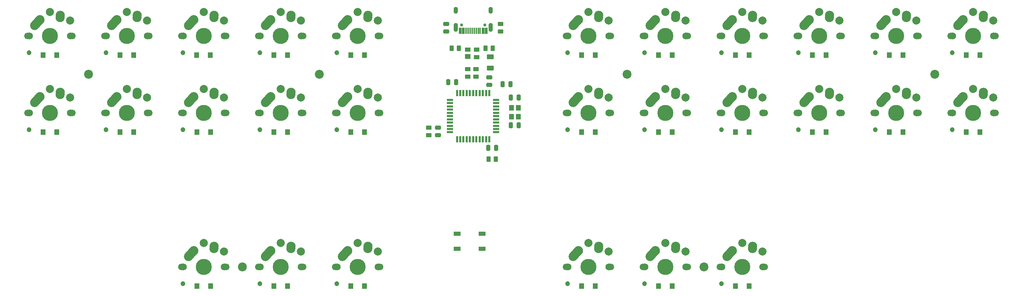
<source format=gbs>
G04 #@! TF.GenerationSoftware,KiCad,Pcbnew,(5.99.0-10014-g15e640b5fe)*
G04 #@! TF.CreationDate,2021-03-28T13:55:16-07:00*
G04 #@! TF.ProjectId,unisplit_orthosteno,756e6973-706c-4697-945f-6f7274686f73,rev?*
G04 #@! TF.SameCoordinates,Original*
G04 #@! TF.FileFunction,Soldermask,Bot*
G04 #@! TF.FilePolarity,Negative*
%FSLAX46Y46*%
G04 Gerber Fmt 4.6, Leading zero omitted, Abs format (unit mm)*
G04 Created by KiCad (PCBNEW (5.99.0-10014-g15e640b5fe)) date 2021-03-28 13:55:16*
%MOMM*%
%LPD*%
G01*
G04 APERTURE LIST*
G04 Aperture macros list*
%AMRoundRect*
0 Rectangle with rounded corners*
0 $1 Rounding radius*
0 $2 $3 $4 $5 $6 $7 $8 $9 X,Y pos of 4 corners*
0 Add a 4 corners polygon primitive as box body*
4,1,4,$2,$3,$4,$5,$6,$7,$8,$9,$2,$3,0*
0 Add four circle primitives for the rounded corners*
1,1,$1+$1,$2,$3*
1,1,$1+$1,$4,$5*
1,1,$1+$1,$6,$7*
1,1,$1+$1,$8,$9*
0 Add four rect primitives between the rounded corners*
20,1,$1+$1,$2,$3,$4,$5,0*
20,1,$1+$1,$4,$5,$6,$7,0*
20,1,$1+$1,$6,$7,$8,$9,0*
20,1,$1+$1,$8,$9,$2,$3,0*%
%AMHorizOval*
0 Thick line with rounded ends*
0 $1 width*
0 $2 $3 position (X,Y) of the first rounded end (center of the circle)*
0 $4 $5 position (X,Y) of the second rounded end (center of the circle)*
0 Add line between two ends*
20,1,$1,$2,$3,$4,$5,0*
0 Add two circle primitives to create the rounded ends*
1,1,$1,$2,$3*
1,1,$1,$4,$5*%
G04 Aperture macros list end*
%ADD10C,1.700000*%
%ADD11C,1.750000*%
%ADD12C,1.200000*%
%ADD13C,3.987800*%
%ADD14HorizOval,2.250000X0.019771X0.290016X-0.019771X-0.290016X0*%
%ADD15C,2.000000*%
%ADD16C,2.250000*%
%ADD17HorizOval,2.250000X0.654995X0.730004X-0.654995X-0.730004X0*%
%ADD18C,2.200000*%
%ADD19R,1.200000X1.400000*%
%ADD20RoundRect,0.250000X-0.250000X-0.475000X0.250000X-0.475000X0.250000X0.475000X-0.250000X0.475000X0*%
%ADD21RoundRect,0.250000X0.262500X0.450000X-0.262500X0.450000X-0.262500X-0.450000X0.262500X-0.450000X0*%
%ADD22R,1.800000X1.100000*%
%ADD23RoundRect,0.250000X-0.450000X0.262500X-0.450000X-0.262500X0.450000X-0.262500X0.450000X0.262500X0*%
%ADD24C,0.750000*%
%ADD25RoundRect,0.050000X-0.300000X-0.725000X0.300000X-0.725000X0.300000X0.725000X-0.300000X0.725000X0*%
%ADD26RoundRect,0.050000X-0.150000X-0.725000X0.150000X-0.725000X0.150000X0.725000X-0.150000X0.725000X0*%
%ADD27O,1.100000X2.200000*%
%ADD28O,1.100000X1.700000*%
%ADD29RoundRect,0.250000X0.450000X-0.262500X0.450000X0.262500X-0.450000X0.262500X-0.450000X-0.262500X0*%
%ADD30RoundRect,0.250000X0.250000X0.475000X-0.250000X0.475000X-0.250000X-0.475000X0.250000X-0.475000X0*%
%ADD31R,0.550000X1.500000*%
%ADD32R,1.500000X0.550000*%
%ADD33RoundRect,0.250000X-0.262500X-0.450000X0.262500X-0.450000X0.262500X0.450000X-0.262500X0.450000X0*%
%ADD34RoundRect,0.250000X-0.475000X0.250000X-0.475000X-0.250000X0.475000X-0.250000X0.475000X0.250000X0*%
%ADD35RoundRect,0.250000X0.475000X-0.250000X0.475000X0.250000X-0.475000X0.250000X-0.475000X-0.250000X0*%
%ADD36RoundRect,0.250000X-0.625000X0.375000X-0.625000X-0.375000X0.625000X-0.375000X0.625000X0.375000X0*%
%ADD37R,1.400000X1.200000*%
%ADD38R,1.400000X1.000000*%
G04 APERTURE END LIST*
D10*
X42806250Y-69850000D03*
D11*
X42386250Y-69850000D03*
D12*
X32086250Y-74050000D03*
D11*
X32226250Y-69850000D03*
D13*
X37306250Y-69850000D03*
D10*
X31806250Y-69850000D03*
D14*
X39826021Y-65059984D03*
D15*
X42306250Y-66050000D03*
D16*
X39846250Y-64770000D03*
D15*
X37306250Y-63950000D03*
D17*
X34151245Y-66579996D03*
D16*
X34806250Y-65850000D03*
D10*
X61856250Y-69850000D03*
D13*
X56356250Y-69850000D03*
D12*
X51136250Y-74050000D03*
D10*
X50856250Y-69850000D03*
D11*
X51276250Y-69850000D03*
X61436250Y-69850000D03*
D14*
X58876021Y-65059984D03*
D15*
X61356250Y-66050000D03*
D16*
X58896250Y-64770000D03*
X53856250Y-65850000D03*
D17*
X53201245Y-66579996D03*
D15*
X56356250Y-63950000D03*
D11*
X80486250Y-69850000D03*
D12*
X70186250Y-74050000D03*
D13*
X75406250Y-69850000D03*
D10*
X69906250Y-69850000D03*
X80906250Y-69850000D03*
D11*
X70326250Y-69850000D03*
D16*
X77946250Y-64770000D03*
D14*
X77926021Y-65059984D03*
D15*
X80406250Y-66050000D03*
X75406250Y-63950000D03*
D16*
X72906250Y-65850000D03*
D17*
X72251245Y-66579996D03*
D10*
X99956250Y-69850000D03*
D11*
X89376250Y-69850000D03*
D10*
X88956250Y-69850000D03*
D12*
X89236250Y-74050000D03*
D13*
X94456250Y-69850000D03*
D11*
X99536250Y-69850000D03*
D14*
X96976021Y-65059984D03*
D15*
X99456250Y-66050000D03*
D16*
X96996250Y-64770000D03*
X91956250Y-65850000D03*
D15*
X94456250Y-63950000D03*
D17*
X91301245Y-66579996D03*
D12*
X108286250Y-74050000D03*
D10*
X108006250Y-69850000D03*
D13*
X113506250Y-69850000D03*
D10*
X119006250Y-69850000D03*
D11*
X118586250Y-69850000D03*
X108426250Y-69850000D03*
D15*
X118506250Y-66050000D03*
D14*
X116026021Y-65059984D03*
D16*
X116046250Y-64770000D03*
D17*
X110351245Y-66579996D03*
D16*
X111006250Y-65850000D03*
D15*
X113506250Y-63950000D03*
D10*
X165156250Y-69850000D03*
D11*
X165576250Y-69850000D03*
D10*
X176156250Y-69850000D03*
D13*
X170656250Y-69850000D03*
D12*
X165436250Y-74050000D03*
D11*
X175736250Y-69850000D03*
D16*
X173196250Y-64770000D03*
D14*
X173176021Y-65059984D03*
D15*
X175656250Y-66050000D03*
D17*
X167501245Y-66579996D03*
D15*
X170656250Y-63950000D03*
D16*
X168156250Y-65850000D03*
D11*
X184626250Y-69850000D03*
X194786250Y-69850000D03*
D12*
X184486250Y-74050000D03*
D10*
X184206250Y-69850000D03*
D13*
X189706250Y-69850000D03*
D10*
X195206250Y-69850000D03*
D14*
X192226021Y-65059984D03*
D15*
X194706250Y-66050000D03*
D16*
X192246250Y-64770000D03*
X187206250Y-65850000D03*
D15*
X189706250Y-63950000D03*
D17*
X186551245Y-66579996D03*
D12*
X203536250Y-74050000D03*
D13*
X208756250Y-69850000D03*
D11*
X203676250Y-69850000D03*
D10*
X203256250Y-69850000D03*
D11*
X213836250Y-69850000D03*
D10*
X214256250Y-69850000D03*
D15*
X213756250Y-66050000D03*
D14*
X211276021Y-65059984D03*
D16*
X211296250Y-64770000D03*
D17*
X205601245Y-66579996D03*
D15*
X208756250Y-63950000D03*
D16*
X206256250Y-65850000D03*
D13*
X227806250Y-69850000D03*
D10*
X222306250Y-69850000D03*
X233306250Y-69850000D03*
D12*
X222586250Y-74050000D03*
D11*
X232886250Y-69850000D03*
X222726250Y-69850000D03*
D16*
X230346250Y-64770000D03*
D14*
X230326021Y-65059984D03*
D15*
X232806250Y-66050000D03*
X227806250Y-63950000D03*
D16*
X225306250Y-65850000D03*
D17*
X224651245Y-66579996D03*
D11*
X241776250Y-69850000D03*
D10*
X252356250Y-69850000D03*
D11*
X251936250Y-69850000D03*
D12*
X241636250Y-74050000D03*
D13*
X246856250Y-69850000D03*
D10*
X241356250Y-69850000D03*
D15*
X251856250Y-66050000D03*
D14*
X249376021Y-65059984D03*
D16*
X249396250Y-64770000D03*
X244356250Y-65850000D03*
D17*
X243701245Y-66579996D03*
D15*
X246856250Y-63950000D03*
D10*
X271406250Y-69850000D03*
D11*
X270986250Y-69850000D03*
D12*
X260686250Y-74050000D03*
D10*
X260406250Y-69850000D03*
D13*
X265906250Y-69850000D03*
D11*
X260826250Y-69850000D03*
D14*
X268426021Y-65059984D03*
D16*
X268446250Y-64770000D03*
D15*
X270906250Y-66050000D03*
D16*
X263406250Y-65850000D03*
D17*
X262751245Y-66579996D03*
D15*
X265906250Y-63950000D03*
D11*
X32226250Y-88900000D03*
D10*
X42806250Y-88900000D03*
X31806250Y-88900000D03*
D13*
X37306250Y-88900000D03*
D12*
X32086250Y-93100000D03*
D11*
X42386250Y-88900000D03*
D16*
X39846250Y-83820000D03*
D15*
X42306250Y-85100000D03*
D14*
X39826021Y-84109984D03*
D17*
X34151245Y-85629996D03*
D16*
X34806250Y-84900000D03*
D15*
X37306250Y-83000000D03*
D11*
X51276250Y-88900000D03*
X61436250Y-88900000D03*
D13*
X56356250Y-88900000D03*
D10*
X50856250Y-88900000D03*
X61856250Y-88900000D03*
D12*
X51136250Y-93100000D03*
D14*
X58876021Y-84109984D03*
D16*
X58896250Y-83820000D03*
D15*
X61356250Y-85100000D03*
X56356250Y-83000000D03*
D17*
X53201245Y-85629996D03*
D16*
X53856250Y-84900000D03*
D11*
X70326250Y-88900000D03*
X80486250Y-88900000D03*
D10*
X80906250Y-88900000D03*
X69906250Y-88900000D03*
D12*
X70186250Y-93100000D03*
D13*
X75406250Y-88900000D03*
D16*
X77946250Y-83820000D03*
D15*
X80406250Y-85100000D03*
D14*
X77926021Y-84109984D03*
D15*
X75406250Y-83000000D03*
D16*
X72906250Y-84900000D03*
D17*
X72251245Y-85629996D03*
D10*
X88956250Y-88900000D03*
D13*
X94456250Y-88900000D03*
D10*
X99956250Y-88900000D03*
D11*
X89376250Y-88900000D03*
D12*
X89236250Y-93100000D03*
D11*
X99536250Y-88900000D03*
D14*
X96976021Y-84109984D03*
D16*
X96996250Y-83820000D03*
D15*
X99456250Y-85100000D03*
D16*
X91956250Y-84900000D03*
D17*
X91301245Y-85629996D03*
D15*
X94456250Y-83000000D03*
D10*
X119006250Y-88900000D03*
D12*
X108286250Y-93100000D03*
D11*
X118586250Y-88900000D03*
X108426250Y-88900000D03*
D10*
X108006250Y-88900000D03*
D13*
X113506250Y-88900000D03*
D16*
X116046250Y-83820000D03*
D14*
X116026021Y-84109984D03*
D15*
X118506250Y-85100000D03*
D16*
X111006250Y-84900000D03*
D17*
X110351245Y-85629996D03*
D15*
X113506250Y-83000000D03*
D10*
X165156250Y-88900000D03*
D12*
X165436250Y-93100000D03*
D10*
X176156250Y-88900000D03*
D11*
X175736250Y-88900000D03*
X165576250Y-88900000D03*
D13*
X170656250Y-88900000D03*
D16*
X173196250Y-83820000D03*
D14*
X173176021Y-84109984D03*
D15*
X175656250Y-85100000D03*
D16*
X168156250Y-84900000D03*
D15*
X170656250Y-83000000D03*
D17*
X167501245Y-85629996D03*
D12*
X184486250Y-93100000D03*
D13*
X189706250Y-88900000D03*
D11*
X194786250Y-88900000D03*
D10*
X195206250Y-88900000D03*
D11*
X184626250Y-88900000D03*
D10*
X184206250Y-88900000D03*
D15*
X194706250Y-85100000D03*
D16*
X192246250Y-83820000D03*
D14*
X192226021Y-84109984D03*
D16*
X187206250Y-84900000D03*
D17*
X186551245Y-85629996D03*
D15*
X189706250Y-83000000D03*
D11*
X203676250Y-88900000D03*
D10*
X203256250Y-88900000D03*
D12*
X203536250Y-93100000D03*
D13*
X208756250Y-88900000D03*
D10*
X214256250Y-88900000D03*
D11*
X213836250Y-88900000D03*
D16*
X211296250Y-83820000D03*
D14*
X211276021Y-84109984D03*
D15*
X213756250Y-85100000D03*
X208756250Y-83000000D03*
D17*
X205601245Y-85629996D03*
D16*
X206256250Y-84900000D03*
D10*
X233306250Y-88900000D03*
D13*
X227806250Y-88900000D03*
D10*
X222306250Y-88900000D03*
D11*
X232886250Y-88900000D03*
X222726250Y-88900000D03*
D12*
X222586250Y-93100000D03*
D15*
X232806250Y-85100000D03*
D16*
X230346250Y-83820000D03*
D14*
X230326021Y-84109984D03*
D15*
X227806250Y-83000000D03*
D17*
X224651245Y-85629996D03*
D16*
X225306250Y-84900000D03*
D13*
X246856250Y-88900000D03*
D10*
X252356250Y-88900000D03*
D12*
X241636250Y-93100000D03*
D11*
X251936250Y-88900000D03*
X241776250Y-88900000D03*
D10*
X241356250Y-88900000D03*
D16*
X249396250Y-83820000D03*
D14*
X249376021Y-84109984D03*
D15*
X251856250Y-85100000D03*
D17*
X243701245Y-85629996D03*
D16*
X244356250Y-84900000D03*
D15*
X246856250Y-83000000D03*
D11*
X260826250Y-88900000D03*
D12*
X260686250Y-93100000D03*
D11*
X270986250Y-88900000D03*
D13*
X265906250Y-88900000D03*
D10*
X260406250Y-88900000D03*
X271406250Y-88900000D03*
D16*
X268446250Y-83820000D03*
D15*
X270906250Y-85100000D03*
D14*
X268426021Y-84109984D03*
D16*
X263406250Y-84900000D03*
D15*
X265906250Y-83000000D03*
D17*
X262751245Y-85629996D03*
D11*
X70326250Y-127000000D03*
D10*
X69906250Y-127000000D03*
D13*
X75406250Y-127000000D03*
D10*
X80906250Y-127000000D03*
D11*
X80486250Y-127000000D03*
D12*
X70186250Y-131200000D03*
D14*
X77926021Y-122209984D03*
D16*
X77946250Y-121920000D03*
D15*
X80406250Y-123200000D03*
D16*
X72906250Y-123000000D03*
D17*
X72251245Y-123729996D03*
D15*
X75406250Y-121100000D03*
D11*
X89376250Y-127000000D03*
X99536250Y-127000000D03*
D12*
X89236250Y-131200000D03*
D13*
X94456250Y-127000000D03*
D10*
X88956250Y-127000000D03*
X99956250Y-127000000D03*
D15*
X99456250Y-123200000D03*
D14*
X96976021Y-122209984D03*
D16*
X96996250Y-121920000D03*
D17*
X91301245Y-123729996D03*
D15*
X94456250Y-121100000D03*
D16*
X91956250Y-123000000D03*
D13*
X170656250Y-127000000D03*
D12*
X165436250Y-131200000D03*
D10*
X176156250Y-127000000D03*
D11*
X175736250Y-127000000D03*
D10*
X165156250Y-127000000D03*
D11*
X165576250Y-127000000D03*
D15*
X175656250Y-123200000D03*
D16*
X173196250Y-121920000D03*
D14*
X173176021Y-122209984D03*
D15*
X170656250Y-121100000D03*
D17*
X167501245Y-123729996D03*
D16*
X168156250Y-123000000D03*
D12*
X184486250Y-131200000D03*
D13*
X189706250Y-127000000D03*
D10*
X184206250Y-127000000D03*
X195206250Y-127000000D03*
D11*
X184626250Y-127000000D03*
X194786250Y-127000000D03*
D15*
X194706250Y-123200000D03*
D14*
X192226021Y-122209984D03*
D16*
X192246250Y-121920000D03*
D15*
X189706250Y-121100000D03*
D17*
X186551245Y-123729996D03*
D16*
X187206250Y-123000000D03*
D11*
X118586250Y-127000000D03*
D13*
X113506250Y-127000000D03*
D10*
X108006250Y-127000000D03*
D12*
X108286250Y-131200000D03*
D11*
X108426250Y-127000000D03*
D10*
X119006250Y-127000000D03*
D14*
X116026021Y-122209984D03*
D15*
X118506250Y-123200000D03*
D16*
X116046250Y-121920000D03*
D17*
X110351245Y-123729996D03*
D15*
X113506250Y-121100000D03*
D16*
X111006250Y-123000000D03*
D12*
X203536250Y-131200000D03*
D13*
X208756250Y-127000000D03*
D11*
X213836250Y-127000000D03*
D10*
X203256250Y-127000000D03*
D11*
X203676250Y-127000000D03*
D10*
X214256250Y-127000000D03*
D16*
X211296250Y-121920000D03*
D14*
X211276021Y-122209984D03*
D15*
X213756250Y-123200000D03*
D16*
X206256250Y-123000000D03*
D15*
X208756250Y-121100000D03*
D17*
X205601245Y-123729996D03*
D18*
X46831250Y-79375000D03*
X103981250Y-79375000D03*
X84931250Y-127000000D03*
X199231250Y-127000000D03*
X180181250Y-79375000D03*
X256381250Y-79375000D03*
D19*
X39006250Y-74612500D03*
X35606250Y-74612500D03*
X58056250Y-74612500D03*
X54656250Y-74612500D03*
X76993750Y-74612500D03*
X73593750Y-74612500D03*
X96156250Y-74612500D03*
X92756250Y-74612500D03*
X115206250Y-74612500D03*
X111806250Y-74612500D03*
X172356250Y-74612500D03*
X168956250Y-74612500D03*
X191406250Y-74612500D03*
X188006250Y-74612500D03*
X210456250Y-74612500D03*
X207056250Y-74612500D03*
X229506250Y-74612500D03*
X226106250Y-74612500D03*
X248556250Y-74612500D03*
X245156250Y-74612500D03*
X267606250Y-74612500D03*
X264206250Y-74612500D03*
X39006250Y-93662500D03*
X35606250Y-93662500D03*
X58056250Y-93662500D03*
X54656250Y-93662500D03*
X77106250Y-93662500D03*
X73706250Y-93662500D03*
X96156250Y-93662500D03*
X92756250Y-93662500D03*
X115206250Y-93662500D03*
X111806250Y-93662500D03*
X172356250Y-93662500D03*
X168956250Y-93662500D03*
X191406250Y-93662500D03*
X188006250Y-93662500D03*
X210456250Y-93662500D03*
X207056250Y-93662500D03*
X229506250Y-93662500D03*
X226106250Y-93662500D03*
X248556250Y-93662500D03*
X245156250Y-93662500D03*
X267606250Y-93662500D03*
X264206250Y-93662500D03*
X77106250Y-131762500D03*
X73706250Y-131762500D03*
X96156250Y-131762500D03*
X92756250Y-131762500D03*
X172356250Y-131762500D03*
X168956250Y-131762500D03*
X191406250Y-131762500D03*
X188006250Y-131762500D03*
X115206250Y-131762500D03*
X111806250Y-131762500D03*
X210456250Y-131762500D03*
X207056250Y-131762500D03*
D20*
X149418000Y-81788000D03*
X151318000Y-81788000D03*
D21*
X138580500Y-72898000D03*
X136755500Y-72898000D03*
D19*
X151550000Y-89844000D03*
X151550000Y-87644000D03*
X153250000Y-87644000D03*
X153250000Y-89844000D03*
D22*
X138124000Y-122500000D03*
X144324000Y-118800000D03*
X138124000Y-118800000D03*
X144324000Y-122500000D03*
D20*
X145862000Y-97536000D03*
X147762000Y-97536000D03*
D23*
X142779750Y-78081500D03*
X142779750Y-79906500D03*
D20*
X151450000Y-85124500D03*
X153350000Y-85124500D03*
D24*
X144971250Y-67175000D03*
X139191250Y-67175000D03*
D25*
X138856250Y-68620000D03*
X139631250Y-68620000D03*
D26*
X140331250Y-68620000D03*
X140831250Y-68620000D03*
X141331250Y-68620000D03*
X141831250Y-68620000D03*
X142331250Y-68620000D03*
X142831250Y-68620000D03*
X143331250Y-68620000D03*
X143831250Y-68620000D03*
D25*
X144531250Y-68620000D03*
X145306250Y-68620000D03*
D27*
X146401250Y-67705000D03*
X137761250Y-67705000D03*
D28*
X137761250Y-63525000D03*
X146401250Y-63525000D03*
D29*
X131064000Y-94384500D03*
X131064000Y-92559500D03*
D30*
X153350000Y-91982500D03*
X151450000Y-91982500D03*
D31*
X138081250Y-83993750D03*
X138881250Y-83993750D03*
X139681250Y-83993750D03*
X140481250Y-83993750D03*
X141281250Y-83993750D03*
X142081250Y-83993750D03*
X142881250Y-83993750D03*
X143681250Y-83993750D03*
X144481250Y-83993750D03*
X145281250Y-83993750D03*
X146081250Y-83993750D03*
D32*
X147781250Y-85693750D03*
X147781250Y-86493750D03*
X147781250Y-87293750D03*
X147781250Y-88093750D03*
X147781250Y-88893750D03*
X147781250Y-89693750D03*
X147781250Y-90493750D03*
X147781250Y-91293750D03*
X147781250Y-92093750D03*
X147781250Y-92893750D03*
X147781250Y-93693750D03*
D31*
X146081250Y-95393750D03*
X145281250Y-95393750D03*
X144481250Y-95393750D03*
X143681250Y-95393750D03*
X142881250Y-95393750D03*
X142081250Y-95393750D03*
X141281250Y-95393750D03*
X140481250Y-95393750D03*
X139681250Y-95393750D03*
X138881250Y-95393750D03*
X138081250Y-95393750D03*
D32*
X136381250Y-93693750D03*
X136381250Y-92893750D03*
X136381250Y-92093750D03*
X136381250Y-91293750D03*
X136381250Y-90493750D03*
X136381250Y-89693750D03*
X136381250Y-88893750D03*
X136381250Y-88093750D03*
X136381250Y-87293750D03*
X136381250Y-86493750D03*
X136381250Y-85693750D03*
D33*
X145137500Y-72898000D03*
X146962500Y-72898000D03*
D23*
X148844000Y-66905500D03*
X148844000Y-68730500D03*
D34*
X135382000Y-66868000D03*
X135382000Y-68768000D03*
D30*
X137856000Y-81280000D03*
X135956000Y-81280000D03*
D21*
X147724500Y-100330000D03*
X145899500Y-100330000D03*
D23*
X140716000Y-78081500D03*
X140716000Y-79906500D03*
D35*
X133350000Y-94422000D03*
X133350000Y-92522000D03*
X146050000Y-81976000D03*
X146050000Y-80076000D03*
D36*
X146304000Y-75054000D03*
X146304000Y-77854000D03*
D37*
X140726250Y-74938000D03*
D38*
X140726250Y-73218000D03*
X142926250Y-73218000D03*
X142926250Y-75118000D03*
M02*

</source>
